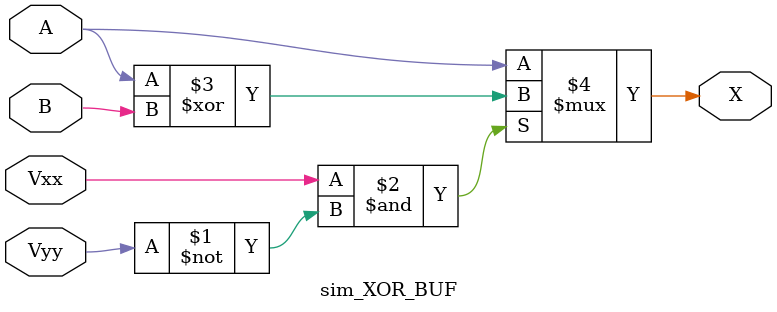
<source format=sv>
/*
 Isaiah Grace
 igrace@purdue.edu

 This module simulates the behavior of a single XOR_BUF polymorphic cell
 */

module sim_XOR_BUF (
		    input logic A, B, Vxx, Vyy,
		    output logic X
		    );

   assign X = (Vxx & ~Vyy) ? A ^ B : A;

   //assert(Vxx == ~Vyy) else $error("Vxx and Vyy cannot be equal: XOR_BUF");

endmodule // sim_XOR_BUF

</source>
